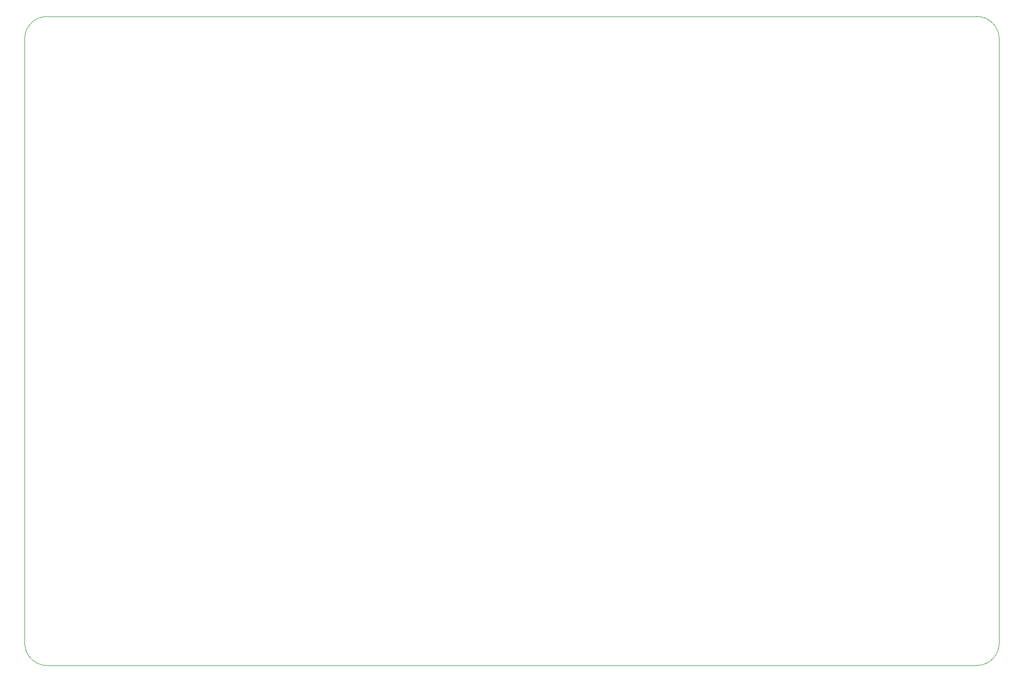
<source format=gbr>
%TF.GenerationSoftware,KiCad,Pcbnew,7.0.9*%
%TF.CreationDate,2024-04-09T00:12:48-04:00*%
%TF.ProjectId,RDL_revE4,52444c5f-7265-4764-9534-2e6b69636164,Rev E4*%
%TF.SameCoordinates,Original*%
%TF.FileFunction,Profile,NP*%
%FSLAX46Y46*%
G04 Gerber Fmt 4.6, Leading zero omitted, Abs format (unit mm)*
G04 Created by KiCad (PCBNEW 7.0.9) date 2024-04-09 00:12:48*
%MOMM*%
%LPD*%
G01*
G04 APERTURE LIST*
%TA.AperFunction,Profile*%
%ADD10C,0.100000*%
%TD*%
G04 APERTURE END LIST*
D10*
X69342000Y-150876000D02*
G75*
G03*
X73152000Y-154686000I3810000J0D01*
G01*
X69342000Y-48514000D02*
X69342000Y-150876000D01*
X73152000Y-44704000D02*
G75*
G03*
X69342000Y-48514000I0J-3810000D01*
G01*
X230632000Y-154686000D02*
G75*
G03*
X234442000Y-150876000I0J3810000D01*
G01*
X73152000Y-154686000D02*
X230632000Y-154686000D01*
X234442000Y-150876000D02*
X234442000Y-48514000D01*
X234442000Y-48514000D02*
G75*
G03*
X230632000Y-44704000I-3810000J0D01*
G01*
X230632000Y-44704000D02*
X73152000Y-44704000D01*
M02*

</source>
